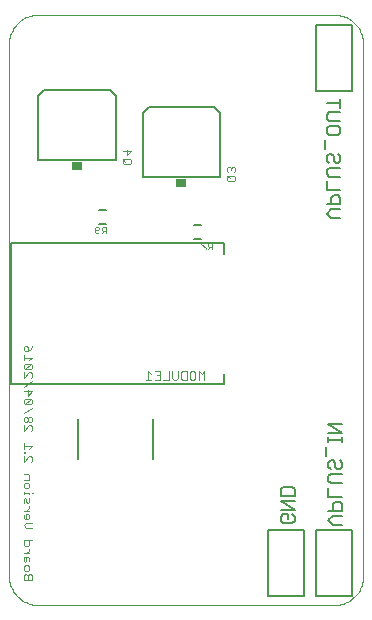
<source format=gbo>
G75*
G70*
%OFA0B0*%
%FSLAX24Y24*%
%IPPOS*%
%LPD*%
%AMOC8*
5,1,8,0,0,1.08239X$1,22.5*
%
%ADD10C,0.0000*%
%ADD11C,0.0040*%
%ADD12C,0.0080*%
%ADD13R,0.0340X0.0300*%
%ADD14C,0.0050*%
%ADD15C,0.0060*%
%ADD16C,0.0030*%
D10*
X016013Y005469D02*
X016013Y023186D01*
X016014Y023186D02*
X016016Y023248D01*
X016022Y023309D01*
X016031Y023370D01*
X016045Y023431D01*
X016062Y023490D01*
X016083Y023548D01*
X016108Y023605D01*
X016136Y023660D01*
X016167Y023713D01*
X016202Y023764D01*
X016240Y023813D01*
X016281Y023860D01*
X016324Y023903D01*
X016371Y023944D01*
X016420Y023982D01*
X016471Y024017D01*
X016524Y024048D01*
X016579Y024076D01*
X016636Y024101D01*
X016694Y024122D01*
X016753Y024139D01*
X016814Y024153D01*
X016875Y024162D01*
X016936Y024168D01*
X016998Y024170D01*
X026840Y024170D01*
X026902Y024168D01*
X026963Y024162D01*
X027024Y024153D01*
X027085Y024139D01*
X027144Y024122D01*
X027202Y024101D01*
X027259Y024076D01*
X027314Y024048D01*
X027367Y024017D01*
X027418Y023982D01*
X027467Y023944D01*
X027514Y023903D01*
X027557Y023860D01*
X027598Y023813D01*
X027636Y023764D01*
X027671Y023713D01*
X027702Y023660D01*
X027730Y023605D01*
X027755Y023548D01*
X027776Y023490D01*
X027793Y023431D01*
X027807Y023370D01*
X027816Y023309D01*
X027822Y023248D01*
X027824Y023186D01*
X027824Y005469D01*
X027822Y005407D01*
X027816Y005346D01*
X027807Y005285D01*
X027793Y005224D01*
X027776Y005165D01*
X027755Y005107D01*
X027730Y005050D01*
X027702Y004995D01*
X027671Y004942D01*
X027636Y004891D01*
X027598Y004842D01*
X027557Y004795D01*
X027514Y004752D01*
X027467Y004711D01*
X027418Y004673D01*
X027367Y004638D01*
X027314Y004607D01*
X027259Y004579D01*
X027202Y004554D01*
X027144Y004533D01*
X027085Y004516D01*
X027024Y004502D01*
X026963Y004493D01*
X026902Y004487D01*
X026840Y004485D01*
X016998Y004485D01*
X016936Y004487D01*
X016875Y004493D01*
X016814Y004502D01*
X016753Y004516D01*
X016694Y004533D01*
X016636Y004554D01*
X016579Y004579D01*
X016524Y004607D01*
X016471Y004638D01*
X016420Y004673D01*
X016371Y004711D01*
X016324Y004752D01*
X016281Y004795D01*
X016240Y004842D01*
X016202Y004891D01*
X016167Y004942D01*
X016136Y004995D01*
X016108Y005050D01*
X016083Y005107D01*
X016062Y005165D01*
X016045Y005224D01*
X016031Y005285D01*
X016022Y005346D01*
X016016Y005407D01*
X016014Y005469D01*
D11*
X016506Y005472D02*
X016506Y005332D01*
X016786Y005332D01*
X016786Y005472D01*
X016739Y005518D01*
X016693Y005518D01*
X016646Y005472D01*
X016646Y005332D01*
X016646Y005472D02*
X016599Y005518D01*
X016552Y005518D01*
X016506Y005472D01*
X016552Y005626D02*
X016506Y005673D01*
X016506Y005766D01*
X016552Y005813D01*
X016646Y005813D01*
X016693Y005766D01*
X016693Y005673D01*
X016646Y005626D01*
X016552Y005626D01*
X016552Y005921D02*
X016599Y005968D01*
X016599Y006108D01*
X016646Y006108D02*
X016506Y006108D01*
X016506Y005968D01*
X016552Y005921D01*
X016693Y005968D02*
X016693Y006061D01*
X016646Y006108D01*
X016693Y006216D02*
X016506Y006216D01*
X016599Y006216D02*
X016693Y006309D01*
X016693Y006356D01*
X016646Y006461D02*
X016693Y006508D01*
X016693Y006648D01*
X016786Y006648D02*
X016506Y006648D01*
X016506Y006508D01*
X016552Y006461D01*
X016646Y006461D01*
X016599Y007050D02*
X016506Y007144D01*
X016599Y007237D01*
X016786Y007237D01*
X016646Y007345D02*
X016693Y007392D01*
X016693Y007485D01*
X016646Y007532D01*
X016599Y007532D01*
X016599Y007345D01*
X016552Y007345D02*
X016646Y007345D01*
X016552Y007345D02*
X016506Y007392D01*
X016506Y007485D01*
X016506Y007640D02*
X016693Y007640D01*
X016693Y007733D02*
X016599Y007640D01*
X016693Y007733D02*
X016693Y007780D01*
X016646Y007885D02*
X016693Y007932D01*
X016693Y008072D01*
X016599Y008025D02*
X016599Y007932D01*
X016646Y007885D01*
X016506Y007885D02*
X016506Y008025D01*
X016552Y008072D01*
X016599Y008025D01*
X016506Y008180D02*
X016506Y008273D01*
X016506Y008227D02*
X016693Y008227D01*
X016693Y008180D01*
X016786Y008227D02*
X016833Y008227D01*
X016646Y008376D02*
X016693Y008423D01*
X016693Y008516D01*
X016646Y008563D01*
X016552Y008563D01*
X016506Y008516D01*
X016506Y008423D01*
X016552Y008376D01*
X016646Y008376D01*
X016693Y008671D02*
X016693Y008811D01*
X016646Y008858D01*
X016506Y008858D01*
X016506Y008671D02*
X016693Y008671D01*
X016739Y009260D02*
X016786Y009307D01*
X016786Y009400D01*
X016739Y009447D01*
X016693Y009447D01*
X016506Y009260D01*
X016506Y009447D01*
X016506Y009555D02*
X016506Y009602D01*
X016552Y009602D01*
X016552Y009555D01*
X016506Y009555D01*
X016506Y009702D02*
X016506Y009889D01*
X016506Y009796D02*
X016786Y009796D01*
X016693Y009702D01*
X016739Y010292D02*
X016786Y010338D01*
X016786Y010432D01*
X016739Y010478D01*
X016693Y010478D01*
X016506Y010292D01*
X016506Y010478D01*
X016552Y010586D02*
X016599Y010586D01*
X016646Y010633D01*
X016646Y010726D01*
X016599Y010773D01*
X016552Y010773D01*
X016506Y010726D01*
X016506Y010633D01*
X016552Y010586D01*
X016646Y010633D02*
X016693Y010586D01*
X016739Y010586D01*
X016786Y010633D01*
X016786Y010726D01*
X016739Y010773D01*
X016693Y010773D01*
X016646Y010726D01*
X016506Y010881D02*
X016786Y011068D01*
X016739Y011176D02*
X016786Y011222D01*
X016786Y011316D01*
X016739Y011362D01*
X016552Y011176D01*
X016506Y011222D01*
X016506Y011316D01*
X016552Y011362D01*
X016739Y011362D01*
X016646Y011470D02*
X016646Y011657D01*
X016506Y011610D02*
X016786Y011610D01*
X016646Y011470D01*
X016552Y011176D02*
X016739Y011176D01*
X016506Y011765D02*
X016786Y011952D01*
X016739Y012059D02*
X016786Y012106D01*
X016786Y012200D01*
X016739Y012246D01*
X016693Y012246D01*
X016506Y012059D01*
X016506Y012246D01*
X016552Y012354D02*
X016739Y012541D01*
X016552Y012541D01*
X016506Y012494D01*
X016506Y012401D01*
X016552Y012354D01*
X016739Y012354D01*
X016786Y012401D01*
X016786Y012494D01*
X016739Y012541D01*
X016693Y012649D02*
X016786Y012742D01*
X016506Y012742D01*
X016506Y012649D02*
X016506Y012836D01*
X016552Y012943D02*
X016506Y012990D01*
X016506Y013084D01*
X016552Y013130D01*
X016599Y013130D01*
X016646Y013084D01*
X016646Y012943D01*
X016552Y012943D01*
X016646Y012943D02*
X016739Y013037D01*
X016786Y013130D01*
X020574Y012005D02*
X020761Y012005D01*
X020667Y012005D02*
X020667Y012285D01*
X020761Y012192D01*
X020869Y012285D02*
X021056Y012285D01*
X021056Y012005D01*
X020869Y012005D01*
X020962Y012145D02*
X021056Y012145D01*
X021163Y012005D02*
X021350Y012005D01*
X021350Y012285D01*
X021458Y012285D02*
X021458Y012052D01*
X021505Y012005D01*
X021598Y012005D01*
X021645Y012052D01*
X021645Y012285D01*
X021753Y012238D02*
X021799Y012285D01*
X021939Y012285D01*
X021939Y012005D01*
X021799Y012005D01*
X021753Y012052D01*
X021753Y012238D01*
X022047Y012238D02*
X022047Y012052D01*
X022094Y012005D01*
X022187Y012005D01*
X022234Y012052D01*
X022234Y012238D01*
X022187Y012285D01*
X022094Y012285D01*
X022047Y012238D01*
X022342Y012285D02*
X022342Y012005D01*
X022529Y012005D02*
X022529Y012285D01*
X022435Y012192D01*
X022342Y012285D01*
X016786Y007050D02*
X016599Y007050D01*
X023332Y018619D02*
X023285Y018666D01*
X023285Y018759D01*
X023332Y018806D01*
X023519Y018806D01*
X023566Y018759D01*
X023566Y018666D01*
X023519Y018619D01*
X023332Y018619D01*
X023379Y018712D02*
X023285Y018806D01*
X023332Y018914D02*
X023285Y018960D01*
X023285Y019054D01*
X023332Y019100D01*
X023379Y019100D01*
X023425Y019054D01*
X023425Y019007D01*
X023425Y019054D02*
X023472Y019100D01*
X023519Y019100D01*
X023566Y019054D01*
X023566Y018960D01*
X023519Y018914D01*
X020081Y019229D02*
X020081Y019322D01*
X020035Y019369D01*
X019848Y019369D01*
X019801Y019322D01*
X019801Y019229D01*
X019848Y019182D01*
X020035Y019182D01*
X020081Y019229D01*
X019894Y019275D02*
X019801Y019369D01*
X019941Y019477D02*
X019941Y019663D01*
X019801Y019617D02*
X020081Y019617D01*
X019941Y019477D01*
D12*
X019570Y019316D02*
X019570Y021471D01*
X019374Y021668D01*
X017189Y021668D01*
X016992Y021471D01*
X016992Y019316D01*
X019570Y019316D01*
X020476Y018753D02*
X020476Y020908D01*
X020673Y021105D01*
X022858Y021105D01*
X023055Y020908D01*
X023055Y018753D01*
X020476Y018753D01*
D13*
X021765Y018559D03*
X018281Y019122D03*
D14*
X016092Y016571D02*
X016092Y011847D01*
X023179Y011847D01*
X023179Y012209D01*
X020813Y010705D02*
X020813Y009367D01*
X018320Y009367D02*
X018320Y010705D01*
X025085Y008357D02*
X025085Y008131D01*
X025535Y008131D01*
X025535Y008357D01*
X025460Y008432D01*
X025160Y008432D01*
X025085Y008357D01*
X025085Y007971D02*
X025535Y007971D01*
X025535Y007671D02*
X025085Y007671D01*
X025160Y007511D02*
X025310Y007511D01*
X025310Y007361D01*
X025460Y007511D02*
X025535Y007436D01*
X025535Y007286D01*
X025460Y007211D01*
X025160Y007211D01*
X025085Y007286D01*
X025085Y007436D01*
X025160Y007511D01*
X025535Y007671D02*
X025085Y007971D01*
X026660Y008092D02*
X026660Y008392D01*
X026735Y008552D02*
X026660Y008627D01*
X026660Y008778D01*
X026735Y008853D01*
X027110Y008853D01*
X027035Y009013D02*
X026960Y009013D01*
X026885Y009088D01*
X026885Y009238D01*
X026810Y009313D01*
X026735Y009313D01*
X026660Y009238D01*
X026660Y009088D01*
X026735Y009013D01*
X027035Y009013D02*
X027110Y009088D01*
X027110Y009238D01*
X027035Y009313D01*
X026585Y009473D02*
X026585Y009773D01*
X026660Y009934D02*
X026660Y010084D01*
X026660Y010009D02*
X027110Y010009D01*
X027110Y009934D02*
X027110Y010084D01*
X027110Y010241D02*
X026660Y010241D01*
X026660Y010541D02*
X027110Y010541D01*
X027110Y010241D02*
X026660Y010541D01*
X026735Y008552D02*
X027110Y008552D01*
X027110Y008092D02*
X026660Y008092D01*
X026885Y007932D02*
X026810Y007857D01*
X026810Y007632D01*
X026660Y007632D02*
X027110Y007632D01*
X027110Y007857D01*
X027035Y007932D01*
X026885Y007932D01*
X026810Y007471D02*
X027110Y007471D01*
X027110Y007171D02*
X026810Y007171D01*
X026660Y007321D01*
X026810Y007471D01*
X023179Y016209D02*
X023179Y016571D01*
X016092Y016571D01*
X026610Y017540D02*
X026760Y017690D01*
X027060Y017690D01*
X027060Y017850D02*
X026610Y017850D01*
X026760Y017850D02*
X026760Y018075D01*
X026835Y018151D01*
X026985Y018151D01*
X027060Y018075D01*
X027060Y017850D01*
X026610Y017540D02*
X026760Y017390D01*
X027060Y017390D01*
X027060Y018311D02*
X026610Y018311D01*
X026610Y018611D01*
X026685Y018771D02*
X026610Y018846D01*
X026610Y018996D01*
X026685Y019071D01*
X027060Y019071D01*
X026985Y019231D02*
X026910Y019231D01*
X026835Y019307D01*
X026835Y019457D01*
X026760Y019532D01*
X026685Y019532D01*
X026610Y019457D01*
X026610Y019307D01*
X026685Y019231D01*
X026985Y019231D02*
X027060Y019307D01*
X027060Y019457D01*
X026985Y019532D01*
X026535Y019692D02*
X026535Y019992D01*
X026685Y020152D02*
X026610Y020227D01*
X026610Y020377D01*
X026685Y020452D01*
X026985Y020452D01*
X027060Y020377D01*
X027060Y020227D01*
X026985Y020152D01*
X026685Y020152D01*
X026685Y020613D02*
X026610Y020688D01*
X026610Y020838D01*
X026685Y020913D01*
X027060Y020913D01*
X027060Y021073D02*
X027060Y021373D01*
X027060Y021223D02*
X026610Y021223D01*
X026685Y020613D02*
X027060Y020613D01*
X027060Y018771D02*
X026685Y018771D01*
D15*
X022431Y017162D02*
X022194Y017162D01*
X022194Y016690D02*
X022431Y016690D01*
X019242Y017201D02*
X019005Y017201D01*
X019005Y017674D02*
X019242Y017674D01*
X026240Y021613D02*
X026240Y023813D01*
X027440Y023813D01*
X027440Y021613D01*
X026240Y021613D01*
X026240Y007002D02*
X026240Y004802D01*
X027440Y004802D01*
X027440Y007002D01*
X026240Y007002D01*
X025865Y007002D02*
X025865Y004802D01*
X024665Y004802D01*
X024665Y007002D01*
X025865Y007002D01*
D16*
X022794Y016360D02*
X022794Y016570D01*
X022689Y016570D01*
X022654Y016535D01*
X022654Y016465D01*
X022689Y016430D01*
X022794Y016430D01*
X022724Y016430D02*
X022654Y016360D01*
X022573Y016360D02*
X022573Y016395D01*
X022433Y016535D01*
X022433Y016570D01*
X022573Y016570D01*
X019251Y016888D02*
X019251Y017098D01*
X019145Y017098D01*
X019110Y017063D01*
X019110Y016993D01*
X019145Y016958D01*
X019251Y016958D01*
X019180Y016958D02*
X019110Y016888D01*
X019030Y016923D02*
X018995Y016888D01*
X018924Y016888D01*
X018889Y016923D01*
X018889Y017063D01*
X018924Y017098D01*
X018995Y017098D01*
X019030Y017063D01*
X019030Y017028D01*
X018995Y016993D01*
X018889Y016993D01*
M02*

</source>
